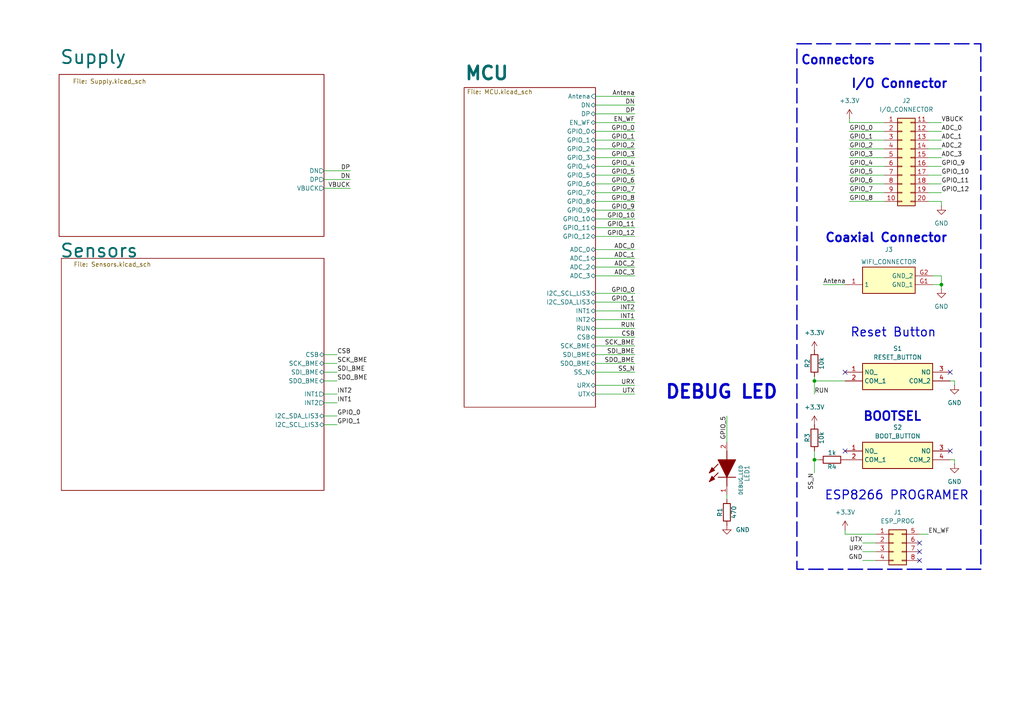
<source format=kicad_sch>
(kicad_sch (version 20250114) (generator "eeschema") (generator_version "9.0")
  (paper "A4")
  (title_block (title "SOB") (date "2025-03-30") (rev "V1") (company "CESAR AUGUSTO ZERPA IRRACI"))
  (lib_symbols
    (symbol "598-8D81-127F:598-8D81-127F" (pin_names (hide yes))
      (property "Reference" "LED" (at 12.7 8.89 0))
      (property "Value" "598-8D81-127F" (at 12.7 6.35 0))
      (symbol "598-8D81-127F_1_1"
        (polyline (pts (xy 2.54 0) (xy 5.08 0)) (stroke (width 0.254)))
        (polyline (pts (xy 5.08 2.54) (xy 5.08 -2.54)) (stroke (width 0.254)))
        (polyline (pts (xy 5.08 0) (xy 10.16 2.54) (xy 10.16 -2.54) (xy 5.08 0)) (stroke (width 0.254)) (fill (type outline)))
        (polyline (pts (xy 5.334 4.318) (xy 4.572 3.556) (xy 3.81 5.08) (xy 5.334 4.318)) (stroke (width 0.254)) (fill (type outline)))
        (polyline (pts (xy 6.35 2.54) (xy 3.81 5.08)) (stroke (width 0.254)))
        (polyline (pts (xy 7.874 4.318) (xy 7.112 3.556) (xy 6.35 5.08) (xy 7.874 4.318)) (stroke (width 0.254)) (fill (type outline)))
        (polyline (pts (xy 8.89 2.54) (xy 6.35 5.08)) (stroke (width 0.254)))
        (polyline (pts (xy 10.16 0) (xy 12.7 0)) (stroke (width 0.254)))
        (pin passive line (at 0 0 0) (length 2.54) (name "K") (number "1"))
        (pin passive line (at 15.24 0 180) (length 2.54) (name "A") (number "2"))
      )
    )
    (symbol "Connector_Generic:Conn_02x04_Top_Bottom" (pin_names (offset 1.016) (hide yes))
      (property "Reference" "J" (at 1.27 5.08 0))
      (property "Value" "Conn_02x04_Top_Bottom" (at 1.27 -7.62 0))
      (symbol "Conn_02x04_Top_Bottom_1_1"
        (rectangle (start -1.27 3.81) (end 3.81 -6.35) (stroke (width 0.254)) (fill (type background)))
        (rectangle (start -1.27 2.667) (end 0 2.413) (stroke (width 0.1524)))
        (rectangle (start -1.27 0.127) (end 0 -0.127) (stroke (width 0.1524)))
        (rectangle (start -1.27 -2.413) (end 0 -2.667) (stroke (width 0.1524)))
        (rectangle (start -1.27 -4.953) (end 0 -5.207) (stroke (width 0.1524)))
        (rectangle (start 3.81 2.667) (end 2.54 2.413) (stroke (width 0.1524)))
        (rectangle (start 3.81 0.127) (end 2.54 -0.127) (stroke (width 0.1524)))
        (rectangle (start 3.81 -2.413) (end 2.54 -2.667) (stroke (width 0.1524)))
        (rectangle (start 3.81 -4.953) (end 2.54 -5.207) (stroke (width 0.1524)))
        (pin passive line (at -5.08 2.54 0) (length 3.81) (name "Pin_1") (number "1"))
        (pin passive line (at -5.08 0 0) (length 3.81) (name "Pin_2") (number "2"))
        (pin passive line (at -5.08 -2.54 0) (length 3.81) (name "Pin_3") (number "3"))
        (pin passive line (at -5.08 -5.08 0) (length 3.81) (name "Pin_4") (number "4"))
        (pin passive line (at 7.62 2.54 180) (length 3.81) (name "Pin_5") (number "5"))
        (pin passive line (at 7.62 0 180) (length 3.81) (name "Pin_6") (number "6"))
        (pin passive line (at 7.62 -2.54 180) (length 3.81) (name "Pin_7") (number "7"))
        (pin passive line (at 7.62 -5.08 180) (length 3.81) (name "Pin_8") (number "8"))
      )
    )
    (symbol "Connector_Generic:Conn_02x10_Top_Bottom" (pin_names (offset 1.016) (hide yes))
      (property "Reference" "J" (at 1.27 12.7 0))
      (property "Value" "Conn_02x10_Top_Bottom" (at 1.27 -15.24 0))
      (symbol "Conn_02x10_Top_Bottom_1_1"
        (rectangle (start -1.27 11.43) (end 3.81 -13.97) (stroke (width 0.254)) (fill (type background)))
        (rectangle (start -1.27 10.287) (end 0 10.033) (stroke (width 0.1524)))
        (rectangle (start -1.27 7.747) (end 0 7.493) (stroke (width 0.1524)))
        (rectangle (start -1.27 5.207) (end 0 4.953) (stroke (width 0.1524)))
        (rectangle (start -1.27 2.667) (end 0 2.413) (stroke (width 0.1524)))
        (rectangle (start -1.27 0.127) (end 0 -0.127) (stroke (width 0.1524)))
        (rectangle (start -1.27 -2.413) (end 0 -2.667) (stroke (width 0.1524)))
        (rectangle (start -1.27 -4.953) (end 0 -5.207) (stroke (width 0.1524)))
        (rectangle (start -1.27 -7.493) (end 0 -7.747) (stroke (width 0.1524)))
        (rectangle (start -1.27 -10.033) (end 0 -10.287) (stroke (width 0.1524)))
        (rectangle (start -1.27 -12.573) (end 0 -12.827) (stroke (width 0.1524)))
        (rectangle (start 3.81 10.287) (end 2.54 10.033) (stroke (width 0.1524)))
        (rectangle (start 3.81 7.747) (end 2.54 7.493) (stroke (width 0.1524)))
        (rectangle (start 3.81 5.207) (end 2.54 4.953) (stroke (width 0.1524)))
        (rectangle (start 3.81 2.667) (end 2.54 2.413) (stroke (width 0.1524)))
        (rectangle (start 3.81 0.127) (end 2.54 -0.127) (stroke (width 0.1524)))
        (rectangle (start 3.81 -2.413) (end 2.54 -2.667) (stroke (width 0.1524)))
        (rectangle (start 3.81 -4.953) (end 2.54 -5.207) (stroke (width 0.1524)))
        (rectangle (start 3.81 -7.493) (end 2.54 -7.747) (stroke (width 0.1524)))
        (rectangle (start 3.81 -10.033) (end 2.54 -10.287) (stroke (width 0.1524)))
        (rectangle (start 3.81 -12.573) (end 2.54 -12.827) (stroke (width 0.1524)))
        (pin passive line (at -5.08 10.16 0) (length 3.81) (name "Pin_1") (number "1"))
        (pin passive line (at -5.08 7.62 0) (length 3.81) (name "Pin_2") (number "2"))
        (pin passive line (at -5.08 5.08 0) (length 3.81) (name "Pin_3") (number "3"))
        (pin passive line (at -5.08 2.54 0) (length 3.81) (name "Pin_4") (number "4"))
        (pin passive line (at -5.08 0 0) (length 3.81) (name "Pin_5") (number "5"))
        (pin passive line (at -5.08 -2.54 0) (length 3.81) (name "Pin_6") (number "6"))
        (pin passive line (at -5.08 -5.08 0) (length 3.81) (name "Pin_7") (number "7"))
        (pin passive line (at -5.08 -7.62 0) (length 3.81) (name "Pin_8") (number "8"))
        (pin passive line (at -5.08 -10.16 0) (length 3.81) (name "Pin_9") (number "9"))
        (pin passive line (at -5.08 -12.7 0) (length 3.81) (name "Pin_10") (number "10"))
        (pin passive line (at 7.62 10.16 180) (length 3.81) (name "Pin_11") (number "11"))
        (pin passive line (at 7.62 7.62 180) (length 3.81) (name "Pin_12") (number "12"))
        (pin passive line (at 7.62 5.08 180) (length 3.81) (name "Pin_13") (number "13"))
        (pin passive line (at 7.62 2.54 180) (length 3.81) (name "Pin_14") (number "14"))
        (pin passive line (at 7.62 0 180) (length 3.81) (name "Pin_15") (number "15"))
        (pin passive line (at 7.62 -2.54 180) (length 3.81) (name "Pin_16") (number "16"))
        (pin passive line (at 7.62 -5.08 180) (length 3.81) (name "Pin_17") (number "17"))
        (pin passive line (at 7.62 -7.62 180) (length 3.81) (name "Pin_18") (number "18"))
        (pin passive line (at 7.62 -10.16 180) (length 3.81) (name "Pin_19") (number "19"))
        (pin passive line (at 7.62 -12.7 180) (length 3.81) (name "Pin_20") (number "20"))
      )
    )
    (symbol "Device:R" (pin_numbers (hide yes)) (pin_names (offset 0))
      (property "Reference" "R" (at 2.032 0 90))
      (property "Value" "R" (at 0 0 90))
      (symbol "R_0_1"
        (rectangle (start -1.016 -2.54) (end 1.016 2.54) (stroke (width 0.254)))
      )
      (symbol "R_1_1"
        (pin passive line (at 0 3.81 270) (length 1.27) (name "~") (number "1"))
        (pin passive line (at 0 -3.81 90) (length 1.27) (name "~") (number "2"))
      )
    )
    (symbol "TS04-66-70-BK-260-SMT:TS04-66-70-BK-260-SMT"
      (property "Reference" "S" (at 26.67 7.62 0))
      (property "Value" "TS04-66-70-BK-260-SMT" (at 26.67 5.08 0))
      (symbol "TS04-66-70-BK-260-SMT_1_1"
        (rectangle (start 5.08 2.54) (end 25.4 -5.08) (stroke (width 0.254)) (fill (type background)))
        (pin passive line (at 0 0 0) (length 5.08) (name "NO_") (number "1"))
        (pin passive line (at 0 -2.54 0) (length 5.08) (name "COM_1") (number "2"))
        (pin passive line (at 30.48 0 180) (length 5.08) (name "NO") (number "3"))
        (pin passive line (at 30.48 -2.54 180) (length 5.08) (name "COM_2") (number "4"))
      )
    )
    (symbol "U_FL-PR-SMT2_5-1_10_:U.FL-PR-SMT2.5-1_10_"
      (property "Reference" "J" (at 21.59 7.62 0))
      (property "Value" "U.FL-PR-SMT2.5-1_10_" (at 21.59 5.08 0))
      (symbol "U.FL-PR-SMT2.5-1_10__1_1"
        (rectangle (start 5.08 2.54) (end 20.32 -5.08) (stroke (width 0.254)) (fill (type background)))
        (pin passive line (at 0 0 0) (length 5.08) (name "GND_1") (number "G1"))
        (pin passive line (at 0 -2.54 0) (length 5.08) (name "GND_2") (number "G2"))
        (pin passive line (at 25.4 0 180) (length 5.08) (name "1") (number "1"))
      )
    )
    (symbol "power:+3.3V" (power) (pin_numbers (hide yes)) (pin_names (offset 0) (hide yes))
      (property "Value" "+3.3V" (at 0 3.556 0))
      (symbol "+3.3V_0_1"
        (polyline (pts (xy -0.762 1.27) (xy 0 2.54)))
        (polyline (pts (xy 0 2.54) (xy 0.762 1.27)))
        (polyline (pts (xy 0 0) (xy 0 2.54)))
      )
      (symbol "+3.3V_1_1"
        (pin power_in line (at 0 0 90) (length 0) (name "~") (number "1"))
      )
    )
    (symbol "power:GND" (power) (pin_numbers (hide yes)) (pin_names (offset 0) (hide yes))
      (property "Value" "GND" (at 0 -3.81 0))
      (symbol "GND_0_1"
        (polyline (pts (xy 0 0) (xy 0 -1.27) (xy 1.27 -1.27) (xy 0 -2.54) (xy -1.27 -1.27) (xy 0 -1.27)))
      )
      (symbol "GND_1_1"
        (pin power_in line (at 0 0 270) (length 0) (name "~") (number "1"))
      )
    )
  )
  (rectangle (start 231.14 12.7) (end 284.48 165.1) (stroke (width 0.381) (type dash)))
  (text "I/O Connector\n" (exclude_from_sim yes) (at 260.858 24.384 0) (effects (font (size 2.54 2.54) (thickness 0.508) (bold yes))))
  (text "Coaxial Connector" (exclude_from_sim yes) (at 257.048 69.088 0) (effects (font (size 2.54 2.54) (thickness 0.508) (bold yes))))
  (text "ESP8266 PROGRAMER\n" (exclude_from_sim yes) (at 260.096 143.764 0) (effects (font (size 2.54 2.54) (thickness 0.3175))))
  (text "Connectors" (exclude_from_sim yes) (at 243.078 17.526 0) (effects (font (size 2.54 2.54) (thickness 0.508) (bold yes))))
  (text "DEBUG LED\n" (exclude_from_sim yes) (at 209.296 113.792 0) (effects (font (size 3.81 3.81) (thickness 0.762) (bold yes))))
  (text "Reset Button" (exclude_from_sim yes) (at 259.08 96.52 0) (effects (font (size 2.54 2.54) (thickness 0.3175))))
  (text "BOOTSEL\n" (exclude_from_sim yes) (at 258.826 120.904 0) (effects (font (size 2.54 2.54) (thickness 0.508) (bold yes))))
  (junction (at 273.05 82.55))
  (junction (at 236.22 110.49))
  (junction (at 236.22 133.35))
  (no_connect (at 245.11 107.95))
  (no_connect (at 266.7 157.48))
  (no_connect (at 275.59 130.81))
  (no_connect (at 275.59 107.95))
  (no_connect (at 245.11 130.81))
  (no_connect (at 266.7 160.02))
  (no_connect (at 266.7 162.56))
  (wire (pts (xy 269.24 154.94) (xy 266.7 154.94)))
  (wire (pts (xy 236.22 133.35) (xy 236.22 137.16)))
  (wire (pts (xy 172.72 68.58) (xy 184.15 68.58)))
  (wire (pts (xy 236.22 133.35) (xy 237.49 133.35)))
  (wire (pts (xy 250.19 162.56) (xy 254 162.56)))
  (wire (pts (xy 172.72 58.42) (xy 184.15 58.42)))
  (wire (pts (xy 236.22 110.49) (xy 236.22 114.3)))
  (wire (pts (xy 172.72 90.17) (xy 184.15 90.17)))
  (wire (pts (xy 273.05 59.69) (xy 273.05 58.42)))
  (wire (pts (xy 97.79 120.65) (xy 93.98 120.65)))
  (wire (pts (xy 184.15 111.76) (xy 172.72 111.76)))
  (wire (pts (xy 273.05 82.55) (xy 273.05 83.82)))
  (wire (pts (xy 101.6 54.61) (xy 93.98 54.61)))
  (wire (pts (xy 172.72 80.01) (xy 184.15 80.01)))
  (wire (pts (xy 273.05 45.72) (xy 269.24 45.72)))
  (wire (pts (xy 184.15 35.56) (xy 172.72 35.56)))
  (wire (pts (xy 172.72 92.71) (xy 184.15 92.71)))
  (wire (pts (xy 246.38 58.42) (xy 256.54 58.42)))
  (wire (pts (xy 273.05 53.34) (xy 269.24 53.34)))
  (wire (pts (xy 172.72 38.1) (xy 184.15 38.1)))
  (wire (pts (xy 236.22 133.35) (xy 236.22 130.81)))
  (wire (pts (xy 172.72 27.94) (xy 184.15 27.94)))
  (wire (pts (xy 245.11 154.94) (xy 254 154.94)))
  (wire (pts (xy 246.38 45.72) (xy 256.54 45.72)))
  (wire (pts (xy 172.72 43.18) (xy 184.15 43.18)))
  (wire (pts (xy 172.72 66.04) (xy 184.15 66.04)))
  (wire (pts (xy 97.79 105.41) (xy 93.98 105.41)))
  (wire (pts (xy 172.72 85.09) (xy 184.15 85.09)))
  (wire (pts (xy 273.05 58.42) (xy 269.24 58.42)))
  (wire (pts (xy 276.86 134.62) (xy 276.86 133.35)))
  (wire (pts (xy 270.51 82.55) (xy 273.05 82.55)))
  (wire (pts (xy 172.72 74.93) (xy 184.15 74.93)))
  (wire (pts (xy 246.38 48.26) (xy 256.54 48.26)))
  (wire (pts (xy 246.38 40.64) (xy 256.54 40.64)))
  (wire (pts (xy 172.72 100.33) (xy 184.15 100.33)))
  (wire (pts (xy 273.05 40.64) (xy 269.24 40.64)))
  (wire (pts (xy 273.05 43.18) (xy 269.24 43.18)))
  (wire (pts (xy 210.82 143.51) (xy 210.82 144.78)))
  (wire (pts (xy 246.38 53.34) (xy 256.54 53.34)))
  (wire (pts (xy 93.98 49.53) (xy 101.6 49.53)))
  (wire (pts (xy 245.11 110.49) (xy 236.22 110.49)))
  (wire (pts (xy 184.15 114.3) (xy 172.72 114.3)))
  (wire (pts (xy 246.38 55.88) (xy 256.54 55.88)))
  (wire (pts (xy 246.38 38.1) (xy 256.54 38.1)))
  (wire (pts (xy 97.79 123.19) (xy 93.98 123.19)))
  (wire (pts (xy 172.72 105.41) (xy 184.15 105.41)))
  (wire (pts (xy 276.86 133.35) (xy 275.59 133.35)))
  (wire (pts (xy 172.72 60.96) (xy 184.15 60.96)))
  (wire (pts (xy 184.15 33.02) (xy 172.72 33.02)))
  (wire (pts (xy 246.38 43.18) (xy 256.54 43.18)))
  (wire (pts (xy 270.51 80.01) (xy 273.05 80.01)))
  (wire (pts (xy 172.72 55.88) (xy 184.15 55.88)))
  (wire (pts (xy 273.05 38.1) (xy 269.24 38.1)))
  (wire (pts (xy 97.79 107.95) (xy 93.98 107.95)))
  (wire (pts (xy 172.72 63.5) (xy 184.15 63.5)))
  (wire (pts (xy 184.15 30.48) (xy 172.72 30.48)))
  (wire (pts (xy 246.38 35.56) (xy 256.54 35.56)))
  (wire (pts (xy 97.79 114.3) (xy 93.98 114.3)))
  (wire (pts (xy 246.38 50.8) (xy 256.54 50.8)))
  (wire (pts (xy 245.11 153.67) (xy 245.11 154.94)))
  (wire (pts (xy 276.86 110.49) (xy 275.59 110.49)))
  (wire (pts (xy 172.72 53.34) (xy 184.15 53.34)))
  (wire (pts (xy 172.72 87.63) (xy 184.15 87.63)))
  (wire (pts (xy 246.38 34.29) (xy 246.38 35.56)))
  (wire (pts (xy 276.86 111.76) (xy 276.86 110.49)))
  (wire (pts (xy 273.05 48.26) (xy 269.24 48.26)))
  (wire (pts (xy 93.98 52.07) (xy 101.6 52.07)))
  (wire (pts (xy 273.05 80.01) (xy 273.05 82.55)))
  (wire (pts (xy 172.72 95.25) (xy 184.15 95.25)))
  (wire (pts (xy 238.76 82.55) (xy 245.11 82.55)))
  (wire (pts (xy 236.22 109.22) (xy 236.22 110.49)))
  (wire (pts (xy 269.24 35.56) (xy 273.05 35.56)))
  (wire (pts (xy 172.72 72.39) (xy 184.15 72.39)))
  (wire (pts (xy 273.05 55.88) (xy 269.24 55.88)))
  (wire (pts (xy 172.72 45.72) (xy 184.15 45.72)))
  (wire (pts (xy 97.79 102.87) (xy 93.98 102.87)))
  (wire (pts (xy 210.82 120.65) (xy 210.82 128.27)))
  (wire (pts (xy 172.72 77.47) (xy 184.15 77.47)))
  (wire (pts (xy 172.72 102.87) (xy 184.15 102.87)))
  (wire (pts (xy 250.19 160.02) (xy 254 160.02)))
  (wire (pts (xy 172.72 48.26) (xy 184.15 48.26)))
  (wire (pts (xy 250.19 157.48) (xy 254 157.48)))
  (wire (pts (xy 172.72 50.8) (xy 184.15 50.8)))
  (wire (pts (xy 172.72 97.79) (xy 184.15 97.79)))
  (wire (pts (xy 97.79 116.84) (xy 93.98 116.84)))
  (wire (pts (xy 97.79 110.49) (xy 93.98 110.49)))
  (wire (pts (xy 172.72 107.95) (xy 184.15 107.95)))
  (wire (pts (xy 172.72 40.64) (xy 184.15 40.64)))
  (wire (pts (xy 273.05 50.8) (xy 269.24 50.8)))
  (label "RUN" (at 236.22 114.3 0))
  (label "DN" (at 184.15 30.48 180))
  (label "URX" (at 250.19 160.02 180))
  (label "GPIO_7" (at 184.15 55.88 180))
  (label "GPIO_1" (at 246.38 40.64 0))
  (label "GPIO_0" (at 184.15 38.1 180))
  (label "RUN" (at 184.15 95.25 180))
  (label "DP" (at 101.6 49.53 180))
  (label "VBUCK" (at 101.6 54.61 180))
  (label "SDO_BME" (at 184.15 105.41 180))
  (label "Antena" (at 238.76 82.55 0))
  (label "GPIO_5" (at 210.82 120.65 270))
  (label "GPIO_0" (at 246.38 38.1 0))
  (label "URX" (at 184.15 111.76 180))
  (label "GPIO_11" (at 273.05 53.34 0))
  (label "SDI_BME" (at 184.15 102.87 180))
  (label "GPIO_0" (at 184.15 85.09 180))
  (label "ADC_2" (at 273.05 43.18 0))
  (label "ADC_3" (at 273.05 45.72 0))
  (label "SS_N" (at 236.22 137.16 270))
  (label "EN_WF" (at 184.15 35.56 180))
  (label "GPIO_4" (at 184.15 48.26 180))
  (label "ADC_1" (at 184.15 74.93 180))
  (label "DN" (at 101.6 52.07 180))
  (label "VBUCK" (at 273.05 35.56 0))
  (label "Antena" (at 184.15 27.94 180))
  (label "GPIO_11" (at 184.15 66.04 180))
  (label "GPIO_12" (at 273.05 55.88 0))
  (label "GPIO_4" (at 246.38 48.26 0))
  (label "SCK_BME" (at 184.15 100.33 180))
  (label "INT1" (at 184.15 92.71 180))
  (label "ADC_2" (at 184.15 77.47 180))
  (label "INT1" (at 97.79 116.84 0))
  (label "EN_WF" (at 269.24 154.94 0))
  (label "GPIO_6" (at 246.38 53.34 0))
  (label "ADC_3" (at 184.15 80.01 180))
  (label "GPIO_8" (at 246.38 58.42 0))
  (label "GPIO_1" (at 184.15 40.64 180))
  (label "INT2" (at 97.79 114.3 0))
  (label "ADC_1" (at 273.05 40.64 0))
  (label "GPIO_3" (at 246.38 45.72 0))
  (label "GPIO_6" (at 184.15 53.34 180))
  (label "GPIO_2" (at 246.38 43.18 0))
  (label "GPIO_1" (at 97.79 123.19 0))
  (label "GPIO_8" (at 184.15 58.42 180))
  (label "INT2" (at 184.15 90.17 180))
  (label "CSB" (at 184.15 97.79 180))
  (label "ADC_0" (at 273.05 38.1 0))
  (label "GPIO_3" (at 184.15 45.72 180))
  (label "UTX" (at 184.15 114.3 180))
  (label "DP" (at 184.15 33.02 180))
  (label "GPIO_12" (at 184.15 68.58 180))
  (label "UTX" (at 250.19 157.48 180))
  (label "GPIO_7" (at 246.38 55.88 0))
  (label "GPIO_9" (at 273.05 48.26 0))
  (label "GPIO_2" (at 184.15 43.18 180))
  (label "ADC_0" (at 184.15 72.39 180))
  (label "GPIO_10" (at 273.05 50.8 0))
  (label "GPIO_9" (at 184.15 60.96 180))
  (label "SDI_BME" (at 97.79 107.95 0))
  (label "GPIO_5" (at 246.38 50.8 0))
  (label "GPIO_1" (at 184.15 87.63 180))
  (label "GPIO_10" (at 184.15 63.5 180))
  (label "GPIO_5" (at 184.15 50.8 180))
  (label "SCK_BME" (at 97.79 105.41 0))
  (label "CSB" (at 97.79 102.87 0))
  (label "GND" (at 250.19 162.56 180))
  (label "SDO_BME" (at 97.79 110.49 0))
  (label "GPIO_0" (at 97.79 120.65 0))
  (label "SS_N" (at 184.15 107.95 180))
  (symbol (lib_id "Device:R") (at 236.22 127 180) (unit 1)
    (property "Reference" "R3" (at 234.188 127 90))
    (property "Value" "10k" (at 238.252 127 90))
    (property "Footprint" "CRCW120625R5FKEAHP:RESC3116X65N" (effects (hide yes)))
    (property "Description" "Resistor" (effects (hide yes)))
  )
  (symbol (lib_id "Device:R") (at 210.82 148.59 180) (unit 1)
    (property "Reference" "R1" (at 208.788 148.59 90))
    (property "Value" "470" (at 212.852 148.59 90))
    (property "Footprint" "CRCW120625R5FKEAHP:RESC3116X65N" (effects (hide yes)))
    (property "Description" "Resistor" (effects (hide yes)))
  )
  (symbol (lib_id "Device:R") (at 236.22 105.41 180) (unit 1)
    (property "Reference" "R2" (at 234.188 105.41 90))
    (property "Value" "10k" (at 238.252 105.41 90))
    (property "Footprint" "CRCW120625R5FKEAHP:RESC3116X65N" (effects (hide yes)))
    (property "Description" "Resistor" (effects (hide yes)))
  )
  (symbol (lib_id "power:GND") (at 273.05 83.82 0) (unit 1)
    (property "Reference" "#PWR07" (effects (hide yes)))
    (property "Value" "GND" (at 273.05 88.9 0))
    (property "Description" "Power symbol creates a global label with name \"GND\" , ground" (effects (hide yes)))
  )
  (symbol (lib_id "power:GND") (at 276.86 111.76 0) (unit 1)
    (property "Reference" "#PWR08" (effects (hide yes)))
    (property "Value" "GND" (at 276.86 116.84 0))
    (property "Description" "Power symbol creates a global label with name \"GND\" , ground" (effects (hide yes)))
  )
  (symbol (lib_id "Connector_Generic:Conn_02x10_Top_Bottom") (at 261.62 45.72 0) (unit 1)
    (property "Reference" "J2" (at 262.89 29.21 0))
    (property "Value" "I/O_CONNECTOR" (at 262.89 31.75 0))
    (property "Footprint" "M20-7831042:RHDR20W70P254_2X10_2580X504X865P" (effects (hide yes)))
    (property "Description" "Generic connector, double row, 02x10, top/bottom pin numbering scheme (row 1: 1...pins_per_row, row2: pins_per_row+1 ... num_pins), script generated (kicad-library-utils/schlib/autogen/connector/)" (effects (hide yes)))
  )
  (symbol (lib_id "Connector_Generic:Conn_02x04_Top_Bottom") (at 259.08 157.48 0) (unit 1)
    (property "Reference" "J1" (at 260.35 148.59 0))
    (property "Value" "ESP_PROG" (at 260.35 151.13 0))
    (property "Footprint" "Header_2x4:PinHeader_2x04_P2.54mm_Vertical" (effects (hide yes)))
    (property "Description" "Generic connector, double row, 02x04, top/bottom pin numbering scheme (row 1: 1...pins_per_row, row2: pins_per_row+1 ... num_pins), script generated (kicad-library-utils/schlib/autogen/connector/)" (effects (hide yes)))
  )
  (symbol (lib_id "power:GND") (at 276.86 134.62 0) (unit 1)
    (property "Reference" "#PWR09" (effects (hide yes)))
    (property "Value" "GND" (at 276.86 139.7 0))
    (property "Description" "Power symbol creates a global label with name \"GND\" , ground" (effects (hide yes)))
  )
  (symbol (lib_id "power:+3.3V") (at 245.11 153.67 0) (unit 1)
    (property "Reference" "#PWR04" (effects (hide yes)))
    (property "Value" "+3.3V" (at 245.11 148.59 0))
    (property "Description" "Power symbol creates a global label with name \"+3.3V\"" (effects (hide yes)))
  )
  (symbol (lib_id "power:+3.3V") (at 236.22 101.6 0) (unit 1)
    (property "Reference" "#PWR02" (effects (hide yes)))
    (property "Value" "+3.3V" (at 236.22 96.52 0))
    (property "Description" "Power symbol creates a global label with name \"+3.3V\"" (effects (hide yes)))
  )
  (symbol (lib_id "598-8D81-127F:598-8D81-127F") (at 210.82 143.51 90) (unit 1)
    (property "Reference" "LED1" (at 216.662 134.874 0) (effects (justify right)))
    (property "Value" "DEBUG_LED" (at 214.884 134.874 0) (effects (font (size 1.016 1.016)) (justify right)))
    (property "Footprint" "598-8D81-127F:5988D81127F" (effects (hide yes)))
    (property "Datasheet" "https://s3-us-west-2.amazonaws.com/catsy.557/C18784.pdf" (effects (hide yes)))
    (property "Description" "598 SMD LED 0605 Right Angle pkg True-Green 7\" Reel" (effects (hide yes)))
    (property "Height" "0.762" (effects (hide yes)))
    (property "Manufacturer_Name" "Dialight" (effects (hide yes)))
    (property "Manufacturer_Part_Number" "598-8D81-127F" (effects (hide yes)))
  )
  (symbol (lib_id "power:+3.3V") (at 246.38 34.29 0) (unit 1)
    (property "Reference" "#PWR05" (effects (hide yes)))
    (property "Value" "+3.3V" (at 246.38 29.21 0))
    (property "Description" "Power symbol creates a global label with name \"+3.3V\"" (effects (hide yes)))
  )
  (symbol (lib_id "U_FL-PR-SMT2_5-1_10_:U.FL-PR-SMT2.5-1_10_") (at 270.51 82.55 180) (unit 1)
    (property "Reference" "J3" (at 257.81 72.39 0))
    (property "Value" "WIFI_CONNECTOR" (at 257.81 75.946 0))
    (property "Footprint" "U.FL-PR-SMT2.5-1_10_:UFLPRSMT25110" (effects (hide yes)))
    (property "Datasheet" "https://media.digikey.com/pdf/Data%20Sheets/Hirose%20PDFs/U.FL-PR-SMT2.5-1(10).pdf" (effects (hide yes)))
    (property "Description" "RF Connectors / Coaxial Connectors U.FL SMT PLUG F CONTACT 50OHM" (effects (hide yes)))
    (property "Height" "2.03" (effects (hide yes)))
    (property "Mouser Part Number" "798-U.FLPRSMT2.5110" (effects (hide yes)))
    (property "Mouser Price/Stock" "https://www.mouser.co.uk/ProductDetail/Hirose-Connector/U.FL-PR-SMT2.5-110?qs=%252BHKxvJ84kqoXccr19Y08Cg%3D%3D" (effects (hide yes)))
    (property "Manufacturer_Name" "Hirose" (effects (hide yes)))
    (property "Manufacturer_Part_Number" "U.FL-PR-SMT2.5-1(10)" (effects (hide yes)))
  )
  (symbol (lib_id "TS04-66-70-BK-260-SMT:TS04-66-70-BK-260-SMT") (at 245.11 107.95 0) (unit 1)
    (property "Reference" "S1" (at 260.35 101.092 0))
    (property "Value" "RESET_BUTTON" (at 260.35 103.632 0))
    (property "Footprint" "TS04-66-70-BK-260-SMT:TS046670BK260SMT" (effects (hide yes)))
    (property "Datasheet" "https://www.sameskydevices.com/product/resource/supplyframepdf/ts04.pdf" (effects (hide yes)))
    (property "Description" "6 x 6 mm, 7 mm Actuator Height, 260 gf, Black, Surface Mount, SPST, Tactile Switch" (effects (hide yes)))
    (property "Height" "7.1" (effects (hide yes)))
    (property "Mouser Part Number" "179-TS046670BK260SMT" (effects (hide yes)))
    (property "Mouser Price/Stock" "https://www.mouser.co.uk/ProductDetail/CUI-Devices/TS04-66-70-BK-260-SMT?qs=A6eO%252BMLsxmRC7sCjYvfBWA%3D%3D" (effects (hide yes)))
    (property "Manufacturer_Name" "Same Sky" (effects (hide yes)))
    (property "Manufacturer_Part_Number" "TS04-66-70-BK-260-SMT" (effects (hide yes)))
  )
  (symbol (lib_id "power:GND") (at 273.05 59.69 0) (unit 1)
    (property "Reference" "#PWR06" (effects (hide yes)))
    (property "Value" "GND" (at 273.05 64.77 0))
    (property "Description" "Power symbol creates a global label with name \"GND\" , ground" (effects (hide yes)))
  )
  (symbol (lib_id "power:+3.3V") (at 236.22 123.19 0) (unit 1)
    (property "Reference" "#PWR03" (effects (hide yes)))
    (property "Value" "+3.3V" (at 236.22 118.11 0))
    (property "Description" "Power symbol creates a global label with name \"+3.3V\"" (effects (hide yes)))
  )
  (symbol (lib_id "power:GND") (at 210.82 152.4 0) (unit 1)
    (property "Reference" "#PWR01" (effects (hide yes)))
    (property "Value" "GND" (at 213.36 153.6699 0) (effects (justify left)))
    (property "Description" "Power symbol creates a global label with name \"GND\" , ground" (effects (hide yes)))
  )
  (symbol (lib_id "Device:R") (at 241.3 133.35 270) (unit 1)
    (property "Reference" "R4" (at 241.3 135.382 90))
    (property "Value" "1k" (at 241.3 131.318 90))
    (property "Footprint" "CRCW120625R5FKEAHP:RESC3116X65N" (effects (hide yes)))
    (property "Description" "Resistor" (effects (hide yes)))
  )
  (symbol (lib_id "TS04-66-70-BK-260-SMT:TS04-66-70-BK-260-SMT") (at 245.11 130.81 0) (unit 1)
    (property "Reference" "S2" (at 260.35 123.952 0))
    (property "Value" "BOOT_BUTTON" (at 260.35 126.492 0))
    (property "Footprint" "TS04-66-70-BK-260-SMT:TS046670BK260SMT" (effects (hide yes)))
    (property "Datasheet" "https://www.sameskydevices.com/product/resource/supplyframepdf/ts04.pdf" (effects (hide yes)))
    (property "Description" "6 x 6 mm, 7 mm Actuator Height, 260 gf, Black, Surface Mount, SPST, Tactile Switch" (effects (hide yes)))
    (property "Height" "7.1" (effects (hide yes)))
    (property "Mouser Part Number" "179-TS046670BK260SMT" (effects (hide yes)))
    (property "Mouser Price/Stock" "https://www.mouser.co.uk/ProductDetail/CUI-Devices/TS04-66-70-BK-260-SMT?qs=A6eO%252BMLsxmRC7sCjYvfBWA%3D%3D" (effects (hide yes)))
    (property "Manufacturer_Name" "Same Sky" (effects (hide yes)))
    (property "Manufacturer_Part_Number" "TS04-66-70-BK-260-SMT" (effects (hide yes)))
  )
  (sheet (at 17.78 74.93) (size 76.2 67.31) (stroke (width 0.1524))
    (property "Sheetname" "Sensors" (at 17.272 74.93 0) (effects (font (size 3.81 3.81) (thickness 0.508) (bold yes)) (justify left bottom)))
    (property "Sheetfile" "Sensors.kicad_sch" (at 21.336 75.946 0) (effects (justify left top)))
    (pin "CSB" bidirectional (at 93.98 102.87 0))
    (pin "I2C_SCL_LIS3" bidirectional (at 93.98 123.19 0))
    (pin "I2C_SDA_LIS3" bidirectional (at 93.98 120.65 0))
    (pin "INT1" output (at 93.98 114.3 0))
    (pin "INT2" output (at 93.98 116.84 0))
    (pin "SCK_BME" bidirectional (at 93.98 105.41 0))
    (pin "SDI_BME" bidirectional (at 93.98 107.95 0))
    (pin "SDO_BME" bidirectional (at 93.98 110.49 0))
  )
  (sheet (at 17.145 21.59) (size 76.835 46.99) (stroke (width 0.1524))
    (property "Sheetname" "Supply" (at 17.272 18.796 0) (effects (font (size 3.81 3.81) (thickness 0.508) (bold yes)) (justify left bottom)))
    (property "Sheetfile" "Supply.kicad_sch" (at 21.082 22.86 0) (effects (justify left top)))
    (pin "DN" output (at 93.98 49.53 0))
    (pin "DP" output (at 93.98 52.07 0))
    (pin "VBUCK" output (at 93.98 54.61 0))
  )
  (sheet (at 134.62 25.4) (size 38.1 92.71) (stroke (width 0.1524))
    (property "Sheetname" "MCU" (at 134.62 23.4184 0) (effects (font (size 3.81 3.81) (thickness 0.762) (bold yes)) (justify left bottom)))
    (property "Sheetfile" "MCU.kicad_sch" (at 135.382 25.908 0) (effects (justify left top)))
    (pin "ADC_0" bidirectional (at 172.72 72.39 0))
    (pin "ADC_1" bidirectional (at 172.72 74.93 0))
    (pin "ADC_2" bidirectional (at 172.72 77.47 0))
    (pin "ADC_3" bidirectional (at 172.72 80.01 0))
    (pin "Antena" input (at 172.72 27.94 0))
    (pin "CSB" bidirectional (at 172.72 97.79 0))
    (pin "DN" bidirectional (at 172.72 30.48 0))
    (pin "DP" bidirectional (at 172.72 33.02 0))
    (pin "GPIO_0" bidirectional (at 172.72 38.1 0))
    (pin "GPIO_1" bidirectional (at 172.72 40.64 0))
    (pin "GPIO_2" bidirectional (at 172.72 43.18 0))
    (pin "GPIO_3" bidirectional (at 172.72 45.72 0))
    (pin "GPIO_4" bidirectional (at 172.72 48.26 0))
    (pin "GPIO_5" bidirectional (at 172.72 50.8 0))
    (pin "GPIO_6" bidirectional (at 172.72 53.34 0))
    (pin "GPIO_7" bidirectional (at 172.72 55.88 0))
    (pin "GPIO_8" bidirectional (at 172.72 58.42 0))
    (pin "GPIO_9" bidirectional (at 172.72 60.96 0))
    (pin "GPIO_10" bidirectional (at 172.72 63.5 0))
    (pin "GPIO_11" bidirectional (at 172.72 66.04 0))
    (pin "GPIO_12" bidirectional (at 172.72 68.58 0))
    (pin "I2C_SCL_LIS3" bidirectional (at 172.72 85.09 0))
    (pin "I2C_SDA_LIS3" bidirectional (at 172.72 87.63 0))
    (pin "INT1" bidirectional (at 172.72 90.17 0))
    (pin "INT2" bidirectional (at 172.72 92.71 0))
    (pin "RUN" bidirectional (at 172.72 95.25 0))
    (pin "SCK_BME" bidirectional (at 172.72 100.33 0))
    (pin "SDI_BME" bidirectional (at 172.72 102.87 0))
    (pin "SDO_BME" bidirectional (at 172.72 105.41 0))
    (pin "SS_N" bidirectional (at 172.72 107.95 0))
    (pin "URX" bidirectional (at 172.72 111.76 0))
    (pin "UTX" bidirectional (at 172.72 114.3 0))
    (pin "EN_WF" bidirectional (at 172.72 35.56 0))
  )
)
</source>
